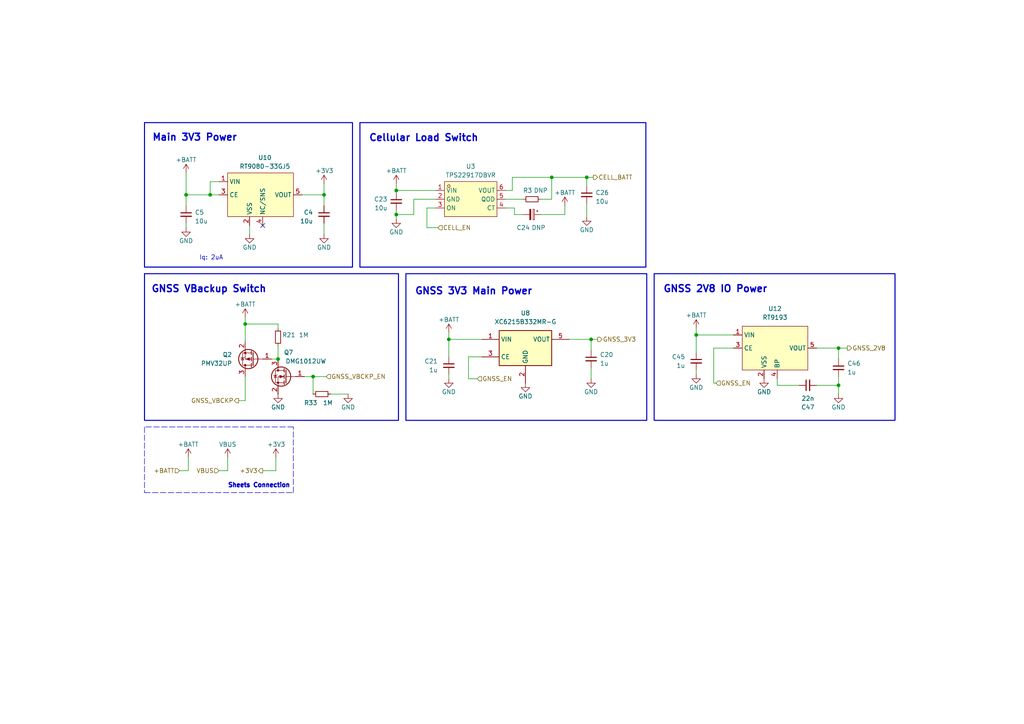
<source format=kicad_sch>
(kicad_sch (version 20230121) (generator eeschema)
  (paper "A4")
  (lib_symbols
    (symbol "Device:C_Polarized_Small" (pin_numbers hide) (pin_names (offset 0.254) hide)
      (property "Reference" "C" (at 0.254 1.778 0))
      (property "Value" "C_Polarized_Small" (at 0.254 -2.032 0))
      (symbol "C_Polarized_Small_0_1"
        (rectangle (start -1.524 -0.3048) (end 1.524 -0.6858) (fill (type outline)))
        (rectangle (start -1.524 0.6858) (end 1.524 0.3048))
        (polyline (pts (xy -1.27 1.524) (xy -0.762 1.524)))
        (polyline (pts (xy -1.016 1.27) (xy -1.016 1.778)))
      )
      (symbol "C_Polarized_Small_1_1"
        (pin passive line (at 0 2.54 270) (length 1.8542) (name "~") (number "1"))
        (pin passive line (at 0 -2.54 90) (length 1.8542) (name "~") (number "2"))
      )
    )
    (symbol "Device:C_Small" (pin_numbers hide) (pin_names (offset 0.254) hide)
      (property "Reference" "C" (at 0.254 1.778 0))
      (property "Value" "C_Small" (at 0.254 -2.032 0))
      (symbol "C_Small_0_1"
        (polyline (pts (xy -1.524 -0.508) (xy 1.524 -0.508)) (stroke (width 0.3302)))
        (polyline (pts (xy -1.524 0.508) (xy 1.524 0.508)) (stroke (width 0.3048)))
      )
      (symbol "C_Small_1_1"
        (pin passive line (at 0 2.54 270) (length 2.032) (name "~") (number "1"))
        (pin passive line (at 0 -2.54 90) (length 2.032) (name "~") (number "2"))
      )
    )
    (symbol "Device:Q_NMOS_GSD" (pin_names (offset 0) hide)
      (property "Reference" "Q" (at 5.08 1.27 0))
      (property "Value" "Q_NMOS_GSD" (at 5.08 -1.27 0))
      (symbol "Q_NMOS_GSD_0_1"
        (polyline (pts (xy 0.254 0) (xy -2.54 0)))
        (polyline (pts (xy 0.254 1.905) (xy 0.254 -1.905)) (stroke (width 0.254)))
        (polyline (pts (xy 0.762 -1.27) (xy 0.762 -2.286)) (stroke (width 0.254)))
        (polyline (pts (xy 0.762 0.508) (xy 0.762 -0.508)) (stroke (width 0.254)))
        (polyline (pts (xy 0.762 2.286) (xy 0.762 1.27)) (stroke (width 0.254)))
        (polyline (pts (xy 2.54 2.54) (xy 2.54 1.778)))
        (polyline (pts (xy 2.54 -2.54) (xy 2.54 0) (xy 0.762 0)))
        (polyline (pts (xy 0.762 -1.778) (xy 3.302 -1.778) (xy 3.302 1.778) (xy 0.762 1.778)))
        (polyline (pts (xy 1.016 0) (xy 2.032 0.381) (xy 2.032 -0.381) (xy 1.016 0)) (fill (type outline)))
        (polyline (pts (xy 2.794 0.508) (xy 2.921 0.381) (xy 3.683 0.381) (xy 3.81 0.254)))
        (polyline (pts (xy 3.302 0.381) (xy 2.921 -0.254) (xy 3.683 -0.254) (xy 3.302 0.381)))
        (circle (center 1.651 0) (radius 2.794) (stroke (width 0.254)))
        (circle (center 2.54 -1.778) (radius 0.254) (fill (type outline)))
        (circle (center 2.54 1.778) (radius 0.254) (fill (type outline)))
      )
      (symbol "Q_NMOS_GSD_1_1"
        (pin input line (at -5.08 0 0) (length 2.54) (name "G") (number "1"))
        (pin passive line (at 2.54 -5.08 90) (length 2.54) (name "S") (number "2"))
        (pin passive line (at 2.54 5.08 270) (length 2.54) (name "D") (number "3"))
      )
    )
    (symbol "Device:Q_PMOS_GSD" (pin_names (offset 0) hide)
      (property "Reference" "Q" (at 5.08 1.27 0))
      (property "Value" "Q_PMOS_GSD" (at 5.08 -1.27 0))
      (symbol "Q_PMOS_GSD_0_1"
        (polyline (pts (xy 0.254 0) (xy -2.54 0)))
        (polyline (pts (xy 0.254 1.905) (xy 0.254 -1.905)) (stroke (width 0.254)))
        (polyline (pts (xy 0.762 -1.27) (xy 0.762 -2.286)) (stroke (width 0.254)))
        (polyline (pts (xy 0.762 0.508) (xy 0.762 -0.508)) (stroke (width 0.254)))
        (polyline (pts (xy 0.762 2.286) (xy 0.762 1.27)) (stroke (width 0.254)))
        (polyline (pts (xy 2.54 2.54) (xy 2.54 1.778)))
        (polyline (pts (xy 2.54 -2.54) (xy 2.54 0) (xy 0.762 0)))
        (polyline (pts (xy 0.762 1.778) (xy 3.302 1.778) (xy 3.302 -1.778) (xy 0.762 -1.778)))
        (polyline (pts (xy 2.286 0) (xy 1.27 0.381) (xy 1.27 -0.381) (xy 2.286 0)) (fill (type outline)))
        (polyline (pts (xy 2.794 -0.508) (xy 2.921 -0.381) (xy 3.683 -0.381) (xy 3.81 -0.254)))
        (polyline (pts (xy 3.302 -0.381) (xy 2.921 0.254) (xy 3.683 0.254) (xy 3.302 -0.381)))
        (circle (center 1.651 0) (radius 2.794) (stroke (width 0.254)))
        (circle (center 2.54 -1.778) (radius 0.254) (fill (type outline)))
        (circle (center 2.54 1.778) (radius 0.254) (fill (type outline)))
      )
      (symbol "Q_PMOS_GSD_1_1"
        (pin input line (at -5.08 0 0) (length 2.54) (name "G") (number "1"))
        (pin passive line (at 2.54 -5.08 90) (length 2.54) (name "S") (number "2"))
        (pin passive line (at 2.54 5.08 270) (length 2.54) (name "D") (number "3"))
      )
    )
    (symbol "Device:R_Small" (pin_numbers hide) (pin_names (offset 0.254) hide)
      (property "Reference" "R" (at 0.762 0.508 0))
      (property "Value" "R_Small" (at 0.762 -1.016 0))
      (symbol "R_Small_0_1"
        (rectangle (start -0.762 1.778) (end 0.762 -1.778) (stroke (width 0.2032)))
      )
      (symbol "R_Small_1_1"
        (pin passive line (at 0 2.54 270) (length 0.762) (name "~") (number "1"))
        (pin passive line (at 0 -2.54 90) (length 0.762) (name "~") (number "2"))
      )
    )
    (symbol "Regulator_Linear:XC6210B332MR"
      (property "Reference" "U" (at 0 8.89 0))
      (property "Value" "XC6210B332MR" (at 0 6.35 0))
      (symbol "XC6210B332MR_0_1"
        (rectangle (start -7.62 5.08) (end 7.62 -5.08) (stroke (width 0.254)) (fill (type background)))
      )
      (symbol "XC6210B332MR_1_1"
        (pin power_in line (at -12.7 2.54 0) (length 5.08) (name "VIN") (number "1"))
        (pin power_in line (at 0 -10.16 90) (length 5.08) (name "GND") (number "2"))
        (pin input line (at -12.7 -2.54 0) (length 5.08) (name "CE") (number "3"))
        (pin no_connect line (at 7.62 -2.54 180) (length 5.08) hide (name "NC") (number "4"))
        (pin power_out line (at 12.7 2.54 180) (length 5.08) (name "VOUT") (number "5"))
      )
    )
    (symbol "bwcl1a:RT9080"
      (property "Reference" "U" (at 5.08 8.89 0))
      (property "Value" "RT9080" (at -11.43 8.89 0))
      (symbol "RT9080_1_1"
        (rectangle (start -10.16 6.35) (end 8.89 -6.35) (fill (type background)))
        (pin power_in line (at -12.7 3.81 0) (length 2.54) (name "VIN") (number "1"))
        (pin power_in line (at -3.81 -8.89 90) (length 2.54) (name "VSS") (number "2"))
        (pin input line (at -12.7 0 0) (length 2.54) (name "CE") (number "3"))
        (pin input line (at 0 -8.89 90) (length 2.54) (name "NC/SNS") (number "4"))
        (pin power_out line (at 11.43 0 180) (length 2.54) (name "VOUT") (number "5"))
      )
    )
    (symbol "bwlc1a:RT9193"
      (property "Reference" "U" (at 5.08 8.89 0))
      (property "Value" "RT9193" (at -11.43 8.89 0))
      (symbol "RT9193_1_1"
        (rectangle (start -10.16 6.35) (end 8.89 -6.35) (fill (type background)))
        (pin power_in line (at -12.7 3.81 0) (length 2.54) (name "VIN") (number "1"))
        (pin power_in line (at -3.81 -8.89 90) (length 2.54) (name "VSS") (number "2"))
        (pin input line (at -12.7 0 0) (length 2.54) (name "CE") (number "3"))
        (pin input line (at 0 -8.89 90) (length 2.54) (name "BP") (number "4"))
        (pin power_out line (at 11.43 0 180) (length 2.54) (name "VOUT") (number "5"))
      )
    )
    (symbol "bwlc1a:TPS22917DBVR"
      (property "Reference" "U" (at 0 7.62 0))
      (property "Value" "TPS22917DBVR" (at 0 -7.62 0))
      (symbol "TPS22917DBVR_0_1"
        (rectangle (start -7.62 5.08) (end 7.62 -5.08) (fill (type background)))
        (circle (center -6.35 3.81) (radius 0.38))
        (pin unspecified line (at -10.16 2.54 0) (length 2.54) (name "VIN") (number "1"))
        (pin unspecified line (at -10.16 0 0) (length 2.54) (name "GND") (number "2"))
        (pin unspecified line (at -10.16 -2.54 0) (length 2.54) (name "ON") (number "3"))
        (pin unspecified line (at 10.16 -2.54 180) (length 2.54) (name "CT") (number "4"))
        (pin unspecified line (at 10.16 0 180) (length 2.54) (name "QOD") (number "5"))
        (pin unspecified line (at 10.16 2.54 180) (length 2.54) (name "VOUT") (number "6"))
      )
    )
    (symbol "power:+3V3" (power) (pin_names (offset 0))
      (property "Value" "+3V3" (at 0 3.556 0))
      (symbol "+3V3_0_1"
        (polyline (pts (xy -0.762 1.27) (xy 0 2.54)))
        (polyline (pts (xy 0 0) (xy 0 2.54)))
        (polyline (pts (xy 0 2.54) (xy 0.762 1.27)))
      )
      (symbol "+3V3_1_1"
        (pin power_in line (at 0 0 90) (length 0) hide (name "+3V3") (number "1"))
      )
    )
    (symbol "power:+BATT" (power) (pin_names (offset 0))
      (property "Value" "+BATT" (at 0 3.556 0))
      (symbol "+BATT_0_1"
        (polyline (pts (xy -0.762 1.27) (xy 0 2.54)))
        (polyline (pts (xy 0 0) (xy 0 2.54)))
        (polyline (pts (xy 0 2.54) (xy 0.762 1.27)))
      )
      (symbol "+BATT_1_1"
        (pin power_in line (at 0 0 90) (length 0) hide (name "+BATT") (number "1"))
      )
    )
    (symbol "power:GND" (power) (pin_names (offset 0))
      (property "Value" "GND" (at 0 -3.81 0))
      (symbol "GND_0_1"
        (polyline (pts (xy 0 0) (xy 0 -1.27) (xy 1.27 -1.27) (xy 0 -2.54) (xy -1.27 -1.27) (xy 0 -1.27)))
      )
      (symbol "GND_1_1"
        (pin power_in line (at 0 0 270) (length 0) hide (name "GND") (number "1"))
      )
    )
    (symbol "power:VBUS" (power) (pin_names (offset 0))
      (property "Value" "VBUS" (at 0 3.81 0))
      (symbol "VBUS_0_1"
        (polyline (pts (xy -0.762 1.27) (xy 0 2.54)))
        (polyline (pts (xy 0 0) (xy 0 2.54)))
        (polyline (pts (xy 0 2.54) (xy 0.762 1.27)))
      )
      (symbol "VBUS_1_1"
        (pin power_in line (at 0 0 90) (length 0) hide (name "VBUS") (number "1"))
      )
    )
  )
  (junction (at 160.02 51.435))
  (junction (at 60.96 56.515))
  (junction (at 171.45 98.425))
  (junction (at 80.645 104.14))
  (junction (at 90.805 109.22))
  (junction (at 201.93 97.155))
  (junction (at 114.935 62.23))
  (junction (at 130.175 98.425))
  (junction (at 71.12 93.98))
  (junction (at 170.18 51.435))
  (junction (at 243.205 100.965))
  (junction (at 93.98 56.515))
  (junction (at 53.975 56.515))
  (junction (at 243.205 111.76))
  (junction (at 114.935 55.245))
  (no_connect (at 76.2 65.405))
  (wire (pts (xy 236.855 100.965) (xy 243.205 100.965)))
  (wire (pts (xy 149.225 60.325) (xy 149.225 62.23)))
  (wire (pts (xy 243.205 109.22) (xy 243.205 111.76)))
  (polyline (pts (xy 41.91 142.875) (xy 85.09 142.875)) (stroke (width 0) (type dash)))
  (wire (pts (xy 201.93 97.155) (xy 201.93 102.235)))
  (wire (pts (xy 243.205 111.76) (xy 243.205 114.3)))
  (wire (pts (xy 165.1 98.425) (xy 171.45 98.425)))
  (wire (pts (xy 201.93 107.315) (xy 201.93 108.585)))
  (wire (pts (xy 60.96 52.705) (xy 60.96 56.515)))
  (wire (pts (xy 114.935 53.34) (xy 114.935 55.245)))
  (wire (pts (xy 80.645 93.98) (xy 71.12 93.98)))
  (wire (pts (xy 53.975 64.77) (xy 53.975 66.04)))
  (wire (pts (xy 130.175 98.425) (xy 130.175 103.505)))
  (wire (pts (xy 130.175 98.425) (xy 139.7 98.425)))
  (wire (pts (xy 120.015 62.23) (xy 120.015 57.785)))
  (wire (pts (xy 90.805 109.22) (xy 90.805 114.3)))
  (wire (pts (xy 114.935 62.23) (xy 120.015 62.23)))
  (wire (pts (xy 163.83 62.23) (xy 156.845 62.23)))
  (wire (pts (xy 80.645 100.33) (xy 80.645 104.14)))
  (wire (pts (xy 63.5 52.705) (xy 60.96 52.705)))
  (wire (pts (xy 93.98 59.69) (xy 93.98 56.515)))
  (wire (pts (xy 225.425 111.76) (xy 231.775 111.76)))
  (polyline (pts (xy 85.09 123.825) (xy 41.91 123.825)) (stroke (width 0) (type dash)))
  (wire (pts (xy 243.205 100.965) (xy 245.745 100.965)))
  (wire (pts (xy 201.93 95.25) (xy 201.93 97.155)))
  (wire (pts (xy 149.225 62.23) (xy 151.765 62.23)))
  (wire (pts (xy 236.855 111.76) (xy 243.205 111.76)))
  (polyline (pts (xy 41.91 123.825) (xy 41.91 142.875)) (stroke (width 0) (type dash)))
  (wire (pts (xy 114.935 60.96) (xy 114.935 62.23)))
  (wire (pts (xy 171.45 101.6) (xy 171.45 98.425)))
  (wire (pts (xy 114.935 55.245) (xy 114.935 55.88)))
  (wire (pts (xy 138.43 109.855) (xy 135.89 109.855)))
  (wire (pts (xy 93.98 53.34) (xy 93.98 56.515)))
  (wire (pts (xy 78.74 104.14) (xy 80.645 104.14)))
  (wire (pts (xy 123.825 60.325) (xy 126.365 60.325)))
  (wire (pts (xy 163.83 59.69) (xy 163.83 62.23)))
  (wire (pts (xy 170.18 51.435) (xy 172.085 51.435)))
  (wire (pts (xy 171.45 98.425) (xy 173.355 98.425)))
  (wire (pts (xy 212.725 100.965) (xy 207.01 100.965)))
  (wire (pts (xy 90.805 109.22) (xy 94.615 109.22)))
  (wire (pts (xy 201.93 97.155) (xy 212.725 97.155)))
  (wire (pts (xy 148.59 51.435) (xy 160.02 51.435)))
  (wire (pts (xy 93.98 64.77) (xy 93.98 67.945)))
  (wire (pts (xy 225.425 109.855) (xy 225.425 111.76)))
  (wire (pts (xy 54.61 132.715) (xy 54.61 136.525)))
  (wire (pts (xy 123.825 66.04) (xy 127 66.04)))
  (wire (pts (xy 120.015 57.785) (xy 126.365 57.785)))
  (wire (pts (xy 72.39 65.405) (xy 72.39 67.945)))
  (wire (pts (xy 87.63 56.515) (xy 93.98 56.515)))
  (wire (pts (xy 66.04 132.715) (xy 66.04 136.525)))
  (wire (pts (xy 146.685 55.245) (xy 148.59 55.245)))
  (wire (pts (xy 71.12 92.075) (xy 71.12 93.98)))
  (wire (pts (xy 207.01 111.125) (xy 207.645 111.125)))
  (wire (pts (xy 146.685 60.325) (xy 149.225 60.325)))
  (polyline (pts (xy 85.09 142.875) (xy 85.09 123.825)) (stroke (width 0) (type dash)))
  (wire (pts (xy 123.825 60.325) (xy 123.825 66.04)))
  (wire (pts (xy 146.685 57.785) (xy 151.765 57.785)))
  (wire (pts (xy 135.89 109.855) (xy 135.89 103.505)))
  (wire (pts (xy 170.18 51.435) (xy 170.18 53.975)))
  (wire (pts (xy 60.96 56.515) (xy 63.5 56.515)))
  (wire (pts (xy 54.61 136.525) (xy 52.07 136.525)))
  (wire (pts (xy 160.02 51.435) (xy 160.02 57.785)))
  (wire (pts (xy 80.645 95.25) (xy 80.645 93.98)))
  (wire (pts (xy 171.45 106.68) (xy 171.45 109.855)))
  (wire (pts (xy 71.12 109.22) (xy 71.12 116.205)))
  (wire (pts (xy 80.01 136.525) (xy 76.2 136.525)))
  (wire (pts (xy 71.12 93.98) (xy 71.12 99.06)))
  (wire (pts (xy 207.01 100.965) (xy 207.01 111.125)))
  (wire (pts (xy 66.04 136.525) (xy 63.5 136.525)))
  (wire (pts (xy 95.885 114.3) (xy 100.965 114.3)))
  (wire (pts (xy 243.205 104.14) (xy 243.205 100.965)))
  (wire (pts (xy 114.935 55.245) (xy 126.365 55.245)))
  (wire (pts (xy 130.175 96.52) (xy 130.175 98.425)))
  (wire (pts (xy 53.975 56.515) (xy 53.975 59.69)))
  (wire (pts (xy 156.845 57.785) (xy 160.02 57.785)))
  (wire (pts (xy 80.01 132.715) (xy 80.01 136.525)))
  (wire (pts (xy 148.59 51.435) (xy 148.59 55.245)))
  (wire (pts (xy 53.975 50.165) (xy 53.975 56.515)))
  (wire (pts (xy 135.89 103.505) (xy 139.7 103.505)))
  (wire (pts (xy 130.175 108.585) (xy 130.175 109.855)))
  (wire (pts (xy 69.215 116.205) (xy 71.12 116.205)))
  (wire (pts (xy 170.18 59.055) (xy 170.18 62.865)))
  (wire (pts (xy 88.265 109.22) (xy 90.805 109.22)))
  (wire (pts (xy 160.02 51.435) (xy 170.18 51.435)))
  (wire (pts (xy 114.935 62.23) (xy 114.935 63.5)))
  (wire (pts (xy 53.975 56.515) (xy 60.96 56.515)))
  (rectangle (start 189.738 79.375) (end 259.588 121.92) (stroke (width 0.3)))
  (rectangle (start 41.91 35.56) (end 102.235 77.47) (stroke (width 0.3)))
  (rectangle (start 117.729 79.375) (end 187.579 121.92) (stroke (width 0.3)))
  (rectangle (start 41.91 79.375) (end 115.57 121.92) (stroke (width 0.3)))
  (rectangle (start 104.394 35.56) (end 187.325 77.47) (stroke (width 0.3)))
  (text "Cellular Load Switch" (at 106.934 41.275 0) (effects (font (size 2 2) (thickness 0.4) bold) (justify left bottom)))
  (text "GNSS VBackup Switch" (at 43.815 85.09 0) (effects (font (size 2 2) (thickness 0.4) bold) (justify left bottom)))
  (text "GNSS 3V3 Main Power" (at 120.269 85.725 0) (effects (font (size 2 2) (thickness 0.4) bold) (justify left bottom)))
  (text "Iq: 2uA" (at 57.785 75.565 0) (effects (font (size 1.27 1.27)) (justify left bottom)))
  (text "Main 3V3 Power" (at 44.069 41.148 0) (effects (font (size 2 2) (thickness 0.4) bold) (justify left bottom)))
  (text "Sheets Connection" (at 66.04 141.605 0) (effects (font (size 1.27 1.27) (thickness 0.6) bold) (justify left bottom)))
  (text "GNSS 2V8 IO Power" (at 192.278 85.09 0) (effects (font (size 2 2) (thickness 0.4) bold) (justify left bottom)))
  (hierarchical_label "GNSS_EN" (shape input) (at 207.645 111.125 0))
  (hierarchical_label "GNSS_EN" (shape input) (at 138.43 109.855 0))
  (hierarchical_label "GNSS_3V3" (shape output) (at 173.355 98.425 0))
  (hierarchical_label "GNSS_VBCKP" (shape output) (at 69.215 116.205 180))
  (hierarchical_label "+BATT" (shape input) (at 52.07 136.525 180))
  (hierarchical_label "GNSS_VBCKP_EN" (shape input) (at 94.615 109.22 0))
  (hierarchical_label "GNSS_2V8" (shape output) (at 245.745 100.965 0))
  (hierarchical_label "+3V3" (shape output) (at 76.2 136.525 180))
  (hierarchical_label "CELL_EN" (shape input) (at 127 66.04 0))
  (hierarchical_label "VBUS" (shape input) (at 63.5 136.525 180))
  (hierarchical_label "CELL_BATT" (shape output) (at 172.085 51.435 0))
  (symbol (lib_id "power:GND") (at 100.965 114.3 0) (mirror y) (unit 1)
    (property "Reference" "#PWR0107" (effects hide))
    (property "Value" "GND" (at 100.965 118.11 0))
    (instances (project "bwlc1a" (path "" (reference "#PWR0107") (unit 1)) (path "" (reference "#PWR097") (unit 1)) (path "" (reference "#PWR097") (unit 1))) (project "bwlr3d" (path "" (reference "#PWR0139") (unit 1))))
  )
  (symbol (lib_id "power:GND") (at 130.175 109.855 0) (mirror y) (unit 1)
    (property "Reference" "#PWR065" (effects hide))
    (property "Value" "GND" (at 130.175 113.665 0))
    (instances (project "bwlc1a" (path "" (reference "#PWR065") (unit 1)) (path "" (reference "#PWR099") (unit 1))))
  )
  (symbol (lib_id "power:+3V3") (at 93.98 53.34 0) (mirror y) (unit 1)
    (property "Reference" "#PWR025" (effects hide))
    (property "Value" "+3V3" (at 91.44 49.53 0) (effects (justify right)))
    (instances (project "bwlc1a" (path "" (reference "#PWR025") (unit 1))) (project "plantpal" (path "" (reference "#PWR049") (unit 1)) (path "" (reference "#PWR063") (unit 1))) (project "bwlr1e" (path "" (reference "#PWR0134") (unit 1))))
  )
  (symbol (lib_id "Device:C_Small") (at 170.18 56.515 0) (unit 1)
    (property "Reference" "C26" (at 172.72 55.8863 0) (effects (justify left)))
    (property "Value" "10u" (at 172.72 58.4263 0) (effects (justify left)))
    (property "Footprint" "Capacitor_SMD:C_0603_1608Metric" (effects hide))
    (property "Description" "10V 10uF X5R ±10% 0603 Multilayer Ceramic Capacitors MLCC - SMD/SMT ROHS" (effects hide))
    (property "Distributor" "LCSC" (effects hide))
    (property "Distributor Link" "https://www.lcsc.com/product-detail/Multilayer-Ceramic-Capacitors-MLCC-SMD-SMT_Samsung-Electro-Mechanics-CL10A106KP8NNNC_C19702.html" (effects hide))
    (property "Distributor Part Number" "C19702" (effects hide))
    (property "Id" "1" (effects hide))
    (property "Manufacture" "Samsung Electro-Mechanics" (effects hide))
    (property "Manufacture Part Number" "CL10A106KP8NNNC" (effects hide))
    (property "Type" "SMD" (effects hide))
    (instances (project "bwlc1a" (path "" (reference "C26") (unit 1)) (path "" (reference "C23") (unit 1))))
  )
  (symbol (lib_id "power:+3V3") (at 80.01 132.715 0) (mirror y) (unit 1)
    (property "Reference" "#PWR0111" (effects hide))
    (property "Value" "+3V3" (at 77.47 128.905 0) (effects (justify right)))
    (instances (project "bwlc1a" (path "" (reference "#PWR0111") (unit 1))) (project "plantpal" (path "" (reference "#PWR049") (unit 1)) (path "" (reference "#PWR063") (unit 1))) (project "bwlr1e" (path "" (reference "#PWR0134") (unit 1))))
  )
  (symbol (lib_id "Device:R_Small") (at 93.345 114.3 90) (unit 1)
    (property "Reference" "R33" (at 92.075 116.84 90) (effects (justify left)))
    (property "Value" "1M" (at 96.52 116.84 90) (effects (justify left)))
    (property "Footprint" "Resistor_SMD:R_0603_1608Metric" (effects hide))
    (instances (project "bwlc1a" (path "" (reference "R33") (unit 1)) (path "" (reference "R13") (unit 1)) (path "" (reference "R13") (unit 1))) (project "bwlr3d" (path "" (reference "R18") (unit 1))))
  )
  (symbol (lib_id "power:GND") (at 243.205 114.3 0) (mirror y) (unit 1)
    (property "Reference" "#PWR0101" (effects hide))
    (property "Value" "GND" (at 243.205 118.11 0))
    (instances (project "bwlc1a" (path "" (reference "#PWR0101") (unit 1)) (path "" (reference "#PWR094") (unit 1))))
  )
  (symbol (lib_id "Device:C_Small") (at 114.935 58.42 0) (mirror y) (unit 1)
    (property "Reference" "C23" (at 112.395 57.7913 0) (effects (justify left)))
    (property "Value" "10u" (at 112.395 60.3313 0) (effects (justify left)))
    (property "Footprint" "Capacitor_SMD:C_0603_1608Metric" (effects hide))
    (property "Description" "10V 10uF X5R ±10% 0603 Multilayer Ceramic Capacitors MLCC - SMD/SMT ROHS" (effects hide))
    (property "Distributor" "LCSC" (effects hide))
    (property "Distributor Link" "https://www.lcsc.com/product-detail/Multilayer-Ceramic-Capacitors-MLCC-SMD-SMT_Samsung-Electro-Mechanics-CL10A106KP8NNNC_C19702.html" (effects hide))
    (property "Distributor Part Number" "C19702" (effects hide))
    (property "Id" "1" (effects hide))
    (property "Manufacture" "Samsung Electro-Mechanics" (effects hide))
    (property "Manufacture Part Number" "CL10A106KP8NNNC" (effects hide))
    (property "Type" "SMD" (effects hide))
    (instances (project "bwlc1a" (path "" (reference "C23") (unit 1)) (path "" (reference "C21") (unit 1))))
  )
  (symbol (lib_id "Device:C_Small") (at 93.98 62.23 0) (mirror y) (unit 1)
    (property "Reference" "C4" (at 90.805 61.6013 0) (effects (justify left)))
    (property "Value" "10u" (at 90.805 64.1413 0) (effects (justify left)))
    (property "Footprint" "Capacitor_SMD:C_0603_1608Metric" (effects hide))
    (property "Description" "10V 10uF X5R ±10% 0603 Multilayer Ceramic Capacitors MLCC - SMD/SMT ROHS" (effects hide))
    (property "Distributor" "LCSC" (effects hide))
    (property "Distributor Link" "https://www.lcsc.com/product-detail/Multilayer-Ceramic-Capacitors-MLCC-SMD-SMT_Samsung-Electro-Mechanics-CL10A106KP8NNNC_C19702.html" (effects hide))
    (property "Distributor Part Number" "C19702" (effects hide))
    (property "Id" "1" (effects hide))
    (property "Manufacture" "Samsung Electro-Mechanics" (effects hide))
    (property "Manufacture Part Number" "CL10A106KP8NNNC" (effects hide))
    (property "Type" "SMD" (effects hide))
    (instances (project "bwlc1a" (path "" (reference "C4") (unit 1)) (path "" (reference "C20") (unit 1))))
  )
  (symbol (lib_id "Regulator_Linear:XC6210B332MR") (at 152.4 100.965 0) (unit 1)
    (property "Reference" "U8" (at 152.4 90.805 0))
    (property "Value" "XC6215B332MR-G" (at 152.4 93.345 0))
    (property "Footprint" "Package_TO_SOT_SMD:SOT-23-5" (effects hide))
    (property "Datasheet" "https://www.torexsemi.com/file/xc6210/XC6210.pdf" (effects hide))
    (property "Part Description" "LDO 300mA Fixed 3.3V" (effects hide))
    (property "Manufacturer" "Torex Semicon" (effects hide))
    (property "Manufacturer Part Number" "XC6215B332MR-G" (effects hide))
    (property "Distributor" "LCSC" (effects hide))
    (property "Distributor Part Number" "C98230" (effects hide))
    (property "Distributor Link" "https://www.lcsc.com/product-detail/Linear-Voltage-Regulators-LDO_Torex-Semicon-XC6215B332MR-G_C98230.html" (effects hide))
    (instances (project "bwlc1a" (path "" (reference "U8") (unit 1)) (path "" (reference "U12") (unit 1))))
  )
  (symbol (lib_id "Device:R_Small") (at 80.645 97.79 0) (mirror y) (unit 1)
    (property "Reference" "R21" (at 85.725 97.155 0) (effects (justify left)))
    (property "Value" "1M" (at 89.535 97.155 0) (effects (justify left)))
    (property "Footprint" "Resistor_SMD:R_0603_1608Metric" (effects hide))
    (instances (project "bwlc1a" (path "" (reference "R21") (unit 1)) (path "" (reference "R12") (unit 1)) (path "" (reference "R12") (unit 1))) (project "bwlr3d" (path "" (reference "R17") (unit 1))))
  )
  (symbol (lib_id "power:GND") (at 221.615 109.855 0) (unit 1)
    (property "Reference" "#PWR0100" (effects hide))
    (property "Value" "GND" (at 221.615 113.665 0))
    (instances (project "bwlc1a" (path "" (reference "#PWR0100") (unit 1)) (path "" (reference "#PWR093") (unit 1))) (project "bwlr1e" (path "" (reference "#PWR0132") (unit 1))))
  )
  (symbol (lib_id "power:GND") (at 152.4 111.125 0) (unit 1)
    (property "Reference" "#PWR093" (effects hide))
    (property "Value" "GND" (at 152.4 114.935 0))
    (instances (project "bwlc1a" (path "" (reference "#PWR093") (unit 1)) (path "" (reference "#PWR0100") (unit 1))) (project "bwlr1e" (path "" (reference "#PWR0132") (unit 1))))
  )
  (symbol (lib_id "bwlc1a:RT9193") (at 225.425 100.965 0) (unit 1)
    (property "Reference" "U12" (at 224.79 89.535 0))
    (property "Value" "RT9193" (at 224.79 92.075 0))
    (property "Footprint" "Package_TO_SOT_SMD:SOT-23-5_HandSoldering" (effects hide))
    (property "Datasheet" "https://datasheet.lcsc.com/lcsc/1809191953_Richtek-Tech-RT9193-28GB_C56731.pdf" (effects hide))
    (instances (project "bwlc1a" (path "" (reference "U12") (unit 1)) (path "" (reference "U10") (unit 1))))
  )
  (symbol (lib_id "Device:C_Small") (at 130.175 106.045 0) (unit 1)
    (property "Reference" "C21" (at 127 104.7813 0) (effects (justify right)))
    (property "Value" "1u" (at 127 107.3213 0) (effects (justify right)))
    (property "Footprint" "Capacitor_SMD:C_0603_1608Metric" (effects hide))
    (property "Description" "10V 10uF X5R ±10% 0603 Multilayer Ceramic Capacitors MLCC - SMD/SMT ROHS" (effects hide))
    (property "Distributor" "LCSC" (effects hide))
    (property "Distributor Link" "https://www.lcsc.com/product-detail/Multilayer-Ceramic-Capacitors-MLCC-SMD-SMT_Samsung-Electro-Mechanics-CL10A106KP8NNNC_C19702.html" (effects hide))
    (property "Distributor Part Number" "C19702" (effects hide))
    (property "Id" "1" (effects hide))
    (property "Manufacture" "Samsung Electro-Mechanics" (effects hide))
    (property "Manufacture Part Number" "CL10A106KP8NNNC" (effects hide))
    (property "Type" "SMD" (effects hide))
    (instances (project "bwlc1a" (path "" (reference "C21") (unit 1)) (path "" (reference "C45") (unit 1))))
  )
  (symbol (lib_id "power:GND") (at 114.935 63.5 0) (mirror y) (unit 1)
    (property "Reference" "#PWR066" (effects hide))
    (property "Value" "GND" (at 114.935 67.31 0))
    (instances (project "bwlc1a" (path "" (reference "#PWR066") (unit 1)) (path "" (reference "#PWR062") (unit 1))))
  )
  (symbol (lib_id "Device:C_Small") (at 53.975 62.23 0) (unit 1)
    (property "Reference" "C5" (at 56.515 61.6013 0) (effects (justify left)))
    (property "Value" "10u" (at 56.515 64.1413 0) (effects (justify left)))
    (property "Footprint" "Capacitor_SMD:C_0603_1608Metric" (effects hide))
    (property "Description" "10V 10uF X5R ±10% 0603 Multilayer Ceramic Capacitors MLCC - SMD/SMT ROHS" (effects hide))
    (property "Distributor" "LCSC" (effects hide))
    (property "Distributor Link" "https://www.lcsc.com/product-detail/Multilayer-Ceramic-Capacitors-MLCC-SMD-SMT_Samsung-Electro-Mechanics-CL10A106KP8NNNC_C19702.html" (effects hide))
    (property "Distributor Part Number" "C19702" (effects hide))
    (property "Id" "1" (effects hide))
    (property "Manufacture" "Samsung Electro-Mechanics" (effects hide))
    (property "Manufacture Part Number" "CL10A106KP8NNNC" (effects hide))
    (property "Type" "SMD" (effects hide))
  )
  (symbol (lib_id "Device:Q_NMOS_GSD") (at 83.185 109.22 0) (mirror y) (unit 1)
    (property "Reference" "Q7" (at 85.09 102.235 0) (effects (justify left)))
    (property "Value" "DMG1012UW" (at 94.615 104.775 0) (effects (justify left)))
    (property "Footprint" "Package_TO_SOT_SMD:SOT-323_SC-70" (effects hide))
    (instances (project "bwlc1a" (path "" (reference "Q7") (unit 1)) (path "" (reference "Q7") (unit 1)) (path "" (reference "Q7") (unit 1))) (project "bwlr3d" (path "" (reference "Q4") (unit 1))))
  )
  (symbol (lib_id "power:+BATT") (at 130.175 96.52 0) (unit 1)
    (property "Reference" "#PWR094" (effects hide))
    (property "Value" "+BATT" (at 130.175 92.71 0))
    (instances (project "bwlc1a" (path "" (reference "#PWR094") (unit 1)) (path "" (reference "#PWR098") (unit 1))))
  )
  (symbol (lib_id "power:GND") (at 201.93 108.585 0) (mirror y) (unit 1)
    (property "Reference" "#PWR099" (effects hide))
    (property "Value" "GND" (at 201.93 112.395 0))
    (instances (project "bwlc1a" (path "" (reference "#PWR099") (unit 1)) (path "" (reference "#PWR068") (unit 1))))
  )
  (symbol (lib_id "bwcl1a:RT9080") (at 76.2 56.515 0) (unit 1)
    (property "Reference" "U10" (at 76.835 45.72 0))
    (property "Value" "RT9080-33GJ5" (at 76.835 48.26 0))
    (property "Footprint" "Package_TO_SOT_SMD:SOT-23-5_HandSoldering" (effects hide))
    (property "Datasheet" "https://datasheet.lcsc.com/lcsc/2009192305_Richtek-Tech-RT9080-33GJ5_C841192.pdf" (effects hide))
    (property "Part Description" "Linear Voltage Regulators 75dB@(1kHz) 600mA 3.3V" (effects hide))
    (property "Manufacturer" "Richtek Tech" (effects hide))
    (property "Manufacturer Part Number" "RT9080-33GJ5" (effects hide))
    (property "Distributor" "LCSC" (effects hide))
    (property "Distributor Part Number" "C841192" (effects hide))
    (property "Distributor Link" "https://www.lcsc.com/product-detail/Linear-Voltage-Regulators-LDO_Richtek-Tech-RT9080-33GJ5_C841192.html" (effects hide))
    (instances (project "bwlc1a" (path "" (reference "U10") (unit 1)) (path "" (reference "U3") (unit 1))))
  )
  (symbol (lib_id "power:GND") (at 170.18 62.865 0) (mirror y) (unit 1)
    (property "Reference" "#PWR068" (effects hide))
    (property "Value" "GND" (at 170.18 66.675 0))
    (instances (project "bwlc1a" (path "" (reference "#PWR068") (unit 1)) (path "" (reference "#PWR066") (unit 1))))
  )
  (symbol (lib_id "power:VBUS") (at 66.04 132.715 0) (unit 1)
    (property "Reference" "#PWR0110" (effects hide))
    (property "Value" "VBUS" (at 66.04 128.905 0))
    (instances (project "bwlc1a" (path "" (reference "#PWR0110") (unit 1))) (project "plantpal" (path "" (reference "#PWR073") (unit 1)) (path "" (reference "#PWR061") (unit 1))) (project "bwlr1e-prog" (path "" (reference "#PWR014") (unit 1))) (project "Penguino-STM32WL-LoRa-E5" (path "" (reference "#PWR0105") (unit 1))))
  )
  (symbol (lib_id "Device:C_Small") (at 234.315 111.76 90) (unit 1)
    (property "Reference" "C47" (at 234.3213 118.11 90))
    (property "Value" "22n" (at 234.3213 115.57 90))
    (property "Footprint" "Capacitor_SMD:C_0603_1608Metric" (effects hide))
    (property "Description" "10V 10uF X5R ±10% 0603 Multilayer Ceramic Capacitors MLCC - SMD/SMT ROHS" (effects hide))
    (property "Distributor" "LCSC" (effects hide))
    (property "Distributor Link" "https://www.lcsc.com/product-detail/Multilayer-Ceramic-Capacitors-MLCC-SMD-SMT_Samsung-Electro-Mechanics-CL10A106KP8NNNC_C19702.html" (effects hide))
    (property "Distributor Part Number" "C19702" (effects hide))
    (property "Id" "1" (effects hide))
    (property "Manufacture" "Samsung Electro-Mechanics" (effects hide))
    (property "Manufacture Part Number" "CL10A106KP8NNNC" (effects hide))
    (property "Type" "SMD" (effects hide))
    (instances (project "bwlc1a" (path "" (reference "C47") (unit 1)) (path "" (reference "C26") (unit 1))))
  )
  (symbol (lib_id "Device:C_Small") (at 243.205 106.68 0) (mirror y) (unit 1)
    (property "Reference" "C46" (at 245.745 105.4163 0) (effects (justify right)))
    (property "Value" "1u" (at 245.745 107.9563 0) (effects (justify right)))
    (property "Footprint" "Capacitor_SMD:C_0603_1608Metric" (effects hide))
    (property "Description" "10V 10uF X5R ±10% 0603 Multilayer Ceramic Capacitors MLCC - SMD/SMT ROHS" (effects hide))
    (property "Distributor" "LCSC" (effects hide))
    (property "Distributor Link" "https://www.lcsc.com/product-detail/Multilayer-Ceramic-Capacitors-MLCC-SMD-SMT_Samsung-Electro-Mechanics-CL10A106KP8NNNC_C19702.html" (effects hide))
    (property "Distributor Part Number" "C19702" (effects hide))
    (property "Id" "1" (effects hide))
    (property "Manufacture" "Samsung Electro-Mechanics" (effects hide))
    (property "Manufacture Part Number" "CL10A106KP8NNNC" (effects hide))
    (property "Type" "SMD" (effects hide))
    (instances (project "bwlc1a" (path "" (reference "C46") (unit 1)) (path "" (reference "C44") (unit 1))))
  )
  (symbol (lib_id "Device:Q_PMOS_GSD") (at 73.66 104.14 180) (unit 1)
    (property "Reference" "Q2" (at 67.31 102.8699 0) (effects (justify left)))
    (property "Value" "PMV32UP" (at 67.31 105.4099 0) (effects (justify left)))
    (property "Footprint" "Package_TO_SOT_SMD:SOT-23" (effects hide))
    (property "Datasheet" "https://www.mouser.com/datasheet/2/916/PMV32UP-2938736.pdf" (effects hide))
    (instances (project "bwlc1a" (path "" (reference "Q2") (unit 1)) (path "" (reference "Q2") (unit 1)) (path "" (reference "Q2") (unit 1))) (project "bwlr3d" (path "" (reference "Q3") (unit 1))))
  )
  (symbol (lib_id "power:GND") (at 53.975 66.04 0) (unit 1)
    (property "Reference" "#PWR020" (effects hide))
    (property "Value" "GND" (at 53.975 69.85 0))
    (instances (project "bwlc1a" (path "" (reference "#PWR020") (unit 1)) (path "" (reference "#PWR022") (unit 1))))
  )
  (symbol (lib_id "power:+BATT") (at 71.12 92.075 0) (unit 1)
    (property "Reference" "#PWR0104" (effects hide))
    (property "Value" "+BATT" (at 71.12 88.265 0))
    (instances (project "bwlc1a" (path "" (reference "#PWR0104") (unit 1)) (path "" (reference "#PWR095") (unit 1)) (path "" (reference "#PWR095") (unit 1))))
  )
  (symbol (lib_id "power:GND") (at 72.39 67.945 0) (unit 1)
    (property "Reference" "#PWR024" (effects hide))
    (property "Value" "GND" (at 72.39 71.755 0))
    (instances (project "bwlc1a" (path "" (reference "#PWR024") (unit 1)) (path "" (reference "#PWR023") (unit 1))) (project "bwlr1e" (path "" (reference "#PWR0132") (unit 1))))
  )
  (symbol (lib_id "power:+BATT") (at 201.93 95.25 0) (unit 1)
    (property "Reference" "#PWR098" (effects hide))
    (property "Value" "+BATT" (at 201.93 91.44 0))
    (instances (project "bwlc1a" (path "" (reference "#PWR098") (unit 1)) (path "" (reference "#PWR067") (unit 1))))
  )
  (symbol (lib_id "Device:C_Polarized_Small") (at 154.305 62.23 270) (unit 1)
    (property "Reference" "C24" (at 151.765 66.04 90))
    (property "Value" "DNP" (at 156.21 66.04 90))
    (property "Footprint" "Capacitor_Tantalum_SMD:CP_EIA-3528-15_AVX-H" (effects hide))
    (instances (project "bwlc1a" (path "" (reference "C24") (unit 1)) (path "" (reference "C22") (unit 1))))
  )
  (symbol (lib_id "bwlc1a:TPS22917DBVR") (at 136.525 57.785 0) (unit 1)
    (property "Reference" "U3" (at 136.525 48.26 0))
    (property "Value" "TPS22917DBVR" (at 136.525 50.8 0))
    (property "Footprint" "Package_TO_SOT_SMD:SOT-23-6" (effects hide))
    (instances (project "bwlc1a" (path "" (reference "U3") (unit 1)) (path "" (reference "U8") (unit 1))))
  )
  (symbol (lib_id "power:GND") (at 93.98 67.945 0) (mirror y) (unit 1)
    (property "Reference" "#PWR022" (effects hide))
    (property "Value" "GND" (at 93.98 71.755 0))
    (instances (project "bwlc1a" (path "" (reference "#PWR022") (unit 1)) (path "" (reference "#PWR024") (unit 1))))
  )
  (symbol (lib_id "power:+BATT") (at 114.935 53.34 0) (unit 1)
    (property "Reference" "#PWR01" (effects hide))
    (property "Value" "+BATT" (at 114.935 49.53 0))
    (instances (project "bwlc1a" (path "" (reference "#PWR01") (unit 1)) (path "" (reference "#PWR027") (unit 1))))
  )
  (symbol (lib_id "power:GND") (at 171.45 109.855 0) (mirror y) (unit 1)
    (property "Reference" "#PWR062" (effects hide))
    (property "Value" "GND" (at 171.45 113.665 0))
    (instances (project "bwlc1a" (path "" (reference "#PWR062") (unit 1)) (path "" (reference "#PWR0101") (unit 1))))
  )
  (symbol (lib_id "power:+BATT") (at 54.61 132.715 0) (unit 1)
    (property "Reference" "#PWR0109" (effects hide))
    (property "Value" "+BATT" (at 54.61 128.905 0))
    (instances (project "bwlc1a" (path "" (reference "#PWR0109") (unit 1))) (project "plantpal" (path "" (reference "#PWR070") (unit 1)) (path "" (reference "#PWR019") (unit 1)) (path "" (reference "#PWR060") (unit 1))) (project "bwlr1e-prog" (path "" (reference "#PWR018") (unit 1))) (project "feather_rak3172" (path "" (reference "#PWR0131") (unit 1))))
  )
  (symbol (lib_id "Device:C_Small") (at 201.93 104.775 0) (unit 1)
    (property "Reference" "C45" (at 198.755 103.5113 0) (effects (justify right)))
    (property "Value" "1u" (at 198.755 106.0513 0) (effects (justify right)))
    (property "Footprint" "Capacitor_SMD:C_0603_1608Metric" (effects hide))
    (property "Description" "10V 10uF X5R ±10% 0603 Multilayer Ceramic Capacitors MLCC - SMD/SMT ROHS" (effects hide))
    (property "Distributor" "LCSC" (effects hide))
    (property "Distributor Link" "https://www.lcsc.com/product-detail/Multilayer-Ceramic-Capacitors-MLCC-SMD-SMT_Samsung-Electro-Mechanics-CL10A106KP8NNNC_C19702.html" (effects hide))
    (property "Distributor Part Number" "C19702" (effects hide))
    (property "Id" "1" (effects hide))
    (property "Manufacture" "Samsung Electro-Mechanics" (effects hide))
    (property "Manufacture Part Number" "CL10A106KP8NNNC" (effects hide))
    (property "Type" "SMD" (effects hide))
    (instances (project "bwlc1a" (path "" (reference "C45") (unit 1)) (path "" (reference "C24") (unit 1))))
  )
  (symbol (lib_id "power:+BATT") (at 163.83 59.69 0) (unit 1)
    (property "Reference" "#PWR067" (effects hide))
    (property "Value" "+BATT" (at 163.83 55.88 0))
    (instances (project "bwlc1a" (path "" (reference "#PWR067") (unit 1)) (path "" (reference "#PWR065") (unit 1))))
  )
  (symbol (lib_id "power:+BATT") (at 53.975 50.165 0) (unit 1)
    (property "Reference" "#PWR03" (effects hide))
    (property "Value" "+BATT" (at 53.975 46.355 0))
    (instances (project "bwlc1a" (path "" (reference "#PWR03") (unit 1)) (path "" (reference "#PWR021") (unit 1))))
  )
  (symbol (lib_id "Device:R_Small") (at 154.305 57.785 90) (unit 1)
    (property "Reference" "R3" (at 153.035 55.245 90))
    (property "Value" "DNP" (at 156.845 55.245 90))
    (property "Footprint" "Resistor_SMD:R_0603_1608Metric" (effects hide))
    (instances (project "bwlc1a" (path "" (reference "R3") (unit 1)) (path "" (reference "R6") (unit 1))))
  )
  (symbol (lib_id "power:GND") (at 80.645 114.3 0) (mirror y) (unit 1)
    (property "Reference" "#PWR0105" (effects hide))
    (property "Value" "GND" (at 80.645 118.11 0))
    (instances (project "bwlc1a" (path "" (reference "#PWR0105") (unit 1)) (path "" (reference "#PWR096") (unit 1)) (path "" (reference "#PWR096") (unit 1))) (project "bwlr3d" (path "" (reference "#PWR0139") (unit 1))))
  )
  (symbol (lib_id "Device:C_Small") (at 171.45 104.14 0) (mirror y) (unit 1)
    (property "Reference" "C20" (at 173.99 102.8763 0) (effects (justify right)))
    (property "Value" "1u" (at 173.99 105.4163 0) (effects (justify right)))
    (property "Footprint" "Capacitor_SMD:C_0603_1608Metric" (effects hide))
    (property "Description" "10V 10uF X5R ±10% 0603 Multilayer Ceramic Capacitors MLCC - SMD/SMT ROHS" (effects hide))
    (property "Distributor" "LCSC" (effects hide))
    (property "Distributor Link" "https://www.lcsc.com/product-detail/Multilayer-Ceramic-Capacitors-MLCC-SMD-SMT_Samsung-Electro-Mechanics-CL10A106KP8NNNC_C19702.html" (effects hide))
    (property "Distributor Part Number" "C19702" (effects hide))
    (property "Id" "1" (effects hide))
    (property "Manufacture" "Samsung Electro-Mechanics" (effects hide))
    (property "Manufacture Part Number" "CL10A106KP8NNNC" (effects hide))
    (property "Type" "SMD" (effects hide))
    (instances (project "bwlc1a" (path "" (reference "C20") (unit 1)) (path "" (reference "C46") (unit 1))))
  )
)
</source>
